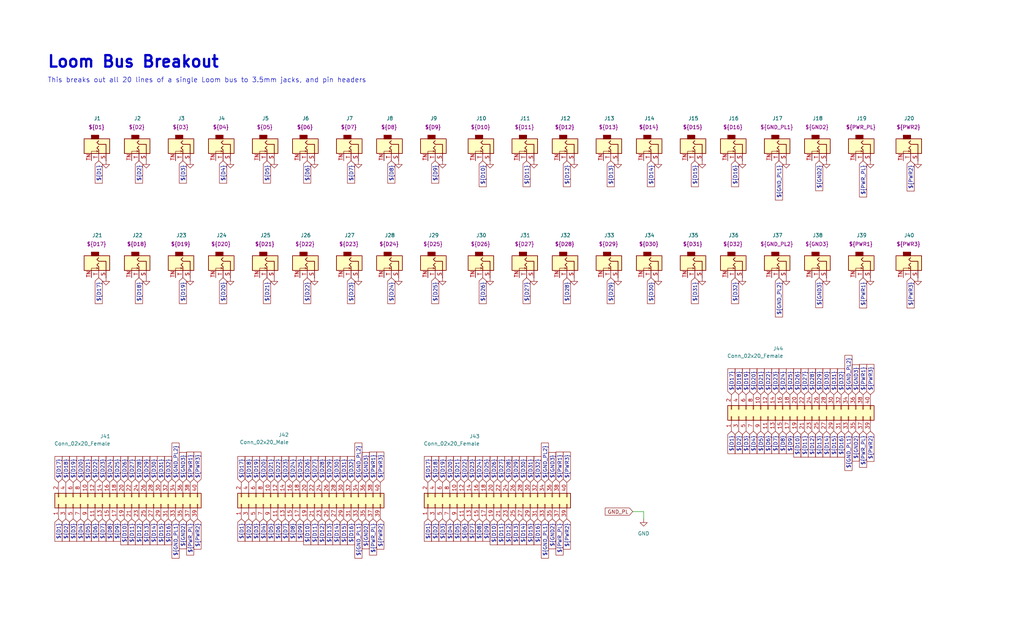
<source format=kicad_sch>
(kicad_sch (version 20231120) (generator "eeschema") (generator_version "8.0")
  (paper "USLegal")
  (title_block (title "Loom_Backplane") (company "Decapod Devices"))
  (wire (pts (xy 223.52 177.8) (xy 219.71 177.8)))
  (wire (pts (xy 223.52 180.34) (xy 223.52 177.8)))
  (text "This breaks out all 20 lines of a single Loom bus to 3.5mm jacks, and pin headers" (at 16.51 27.94 0) (effects (font (size 1.7 1.7)) (justify left)))
  (text "Loom Bus Breakout" (at 16.256 21.59 0) (effects (font (size 4 4) (thickness 0.8) (bold yes)) (justify left)))
  (global_label "${D15}" (shape input) (at 241.3 55.88 270) (property "Intersheetrefs" "${INTERSHEET_REFS}" (effects (hide yes))))
  (global_label "${D28}" (shape input) (at 111.76 167.64 90) (property "Intersheetrefs" "${INTERSHEET_REFS}" (effects (hide yes))))
  (global_label "${D8}" (shape input) (at 38.1 180.34 270) (property "Intersheetrefs" "${INTERSHEET_REFS}" (effects (hide yes))))
  (global_label "${D19}" (shape input) (at 88.9 167.64 90) (property "Intersheetrefs" "${INTERSHEET_REFS}" (effects (hide yes))))
  (global_label "${D14}" (shape input) (at 53.34 180.34 270) (property "Intersheetrefs" "${INTERSHEET_REFS}" (effects (hide yes))))
  (global_label "${D3}" (shape input) (at 63.5 55.88 270) (property "Intersheetrefs" "${INTERSHEET_REFS}" (effects (hide yes))))
  (global_label "${GND_PL2}" (shape input) (at 270.51 96.52 270) (property "Intersheetrefs" "${INTERSHEET_REFS}" (effects (hide yes))))
  (global_label "${D4}" (shape input) (at 27.94 180.34 270) (property "Intersheetrefs" "${INTERSHEET_REFS}" (effects (hide yes))))
  (global_label "${D30}" (shape input) (at 116.84 167.64 90) (property "Intersheetrefs" "${INTERSHEET_REFS}" (effects (hide yes))))
  (global_label "${GND3}" (shape input) (at 297.18 137.16 90) (property "Intersheetrefs" "${INTERSHEET_REFS}" (effects (hide yes))))
  (global_label "${D16}" (shape input) (at 121.92 180.34 270) (property "Intersheetrefs" "${INTERSHEET_REFS}" (effects (hide yes))))
  (global_label "${PWR3}" (shape input) (at 316.23 96.52 270) (property "Intersheetrefs" "${INTERSHEET_REFS}" (effects (hide yes))))
  (global_label "${D28}" (shape input) (at 48.26 167.64 90) (property "Intersheetrefs" "${INTERSHEET_REFS}" (effects (hide yes))))
  (global_label "${D5}" (shape input) (at 158.75 180.34 270) (property "Intersheetrefs" "${INTERSHEET_REFS}" (effects (hide yes))))
  (global_label "${D11}" (shape input) (at 279.4 149.86 270) (property "Intersheetrefs" "${INTERSHEET_REFS}" (effects (hide yes))))
  (global_label "${D29}" (shape input) (at 114.3 167.64 90) (property "Intersheetrefs" "${INTERSHEET_REFS}" (effects (hide yes))))
  (global_label "${PWR3}" (shape input) (at 132.08 167.64 90) (property "Intersheetrefs" "${INTERSHEET_REFS}" (effects (hide yes))))
  (global_label "${D28}" (shape input) (at 281.94 137.16 90) (property "Intersheetrefs" "${INTERSHEET_REFS}" (effects (hide yes))))
  (global_label "${D9}" (shape input) (at 274.32 149.86 270) (property "Intersheetrefs" "${INTERSHEET_REFS}" (effects (hide yes))))
  (global_label "${D24}" (shape input) (at 271.78 137.16 90) (property "Intersheetrefs" "${INTERSHEET_REFS}" (effects (hide yes))))
  (global_label "${D9}" (shape input) (at 40.64 180.34 270) (property "Intersheetrefs" "${INTERSHEET_REFS}" (effects (hide yes))))
  (global_label "${GND_PL2}" (shape input) (at 189.23 167.64 90) (property "Intersheetrefs" "${INTERSHEET_REFS}" (effects (hide yes))))
  (global_label "${PWR1}" (shape input) (at 194.31 167.64 90) (property "Intersheetrefs" "${INTERSHEET_REFS}" (effects (hide yes))))
  (global_label "${D31}" (shape input) (at 55.88 167.64 90) (property "Intersheetrefs" "${INTERSHEET_REFS}" (effects (hide yes))))
  (global_label "${PWR_PL}" (shape input) (at 299.72 55.88 270) (property "Intersheetrefs" "${INTERSHEET_REFS}" (effects (hide yes))))
  (global_label "${D22}" (shape input) (at 266.7 137.16 90) (property "Intersheetrefs" "${INTERSHEET_REFS}" (effects (hide yes))))
  (global_label "${D11}" (shape input) (at 109.22 180.34 270) (property "Intersheetrefs" "${INTERSHEET_REFS}" (effects (hide yes))))
  (global_label "${GND3}" (shape input) (at 284.48 96.52 270) (property "Intersheetrefs" "${INTERSHEET_REFS}" (effects (hide yes))))
  (global_label "${D9}" (shape input) (at 151.13 55.88 270) (property "Intersheetrefs" "${INTERSHEET_REFS}" (effects (hide yes))))
  (global_label "${D10}" (shape input) (at 276.86 149.86 270) (property "Intersheetrefs" "${INTERSHEET_REFS}" (effects (hide yes))))
  (global_label "${D5}" (shape input) (at 264.16 149.86 270) (property "Intersheetrefs" "${INTERSHEET_REFS}" (effects (hide yes))))
  (global_label "${D24}" (shape input) (at 38.1 167.64 90) (property "Intersheetrefs" "${INTERSHEET_REFS}" (effects (hide yes))))
  (global_label "${D8}" (shape input) (at 101.6 180.34 270) (property "Intersheetrefs" "${INTERSHEET_REFS}" (effects (hide yes))))
  (global_label "${D4}" (shape input) (at 261.62 149.86 270) (property "Intersheetrefs" "${INTERSHEET_REFS}" (effects (hide yes))))
  (global_label "${D24}" (shape input) (at 135.89 96.52 270) (property "Intersheetrefs" "${INTERSHEET_REFS}" (effects (hide yes))))
  (global_label "${D17}" (shape input) (at 254 137.16 90) (property "Intersheetrefs" "${INTERSHEET_REFS}" (effects (hide yes))))
  (global_label "${PWR_PL}" (shape input) (at 129.54 180.34 270) (property "Intersheetrefs" "${INTERSHEET_REFS}" (effects (hide yes))))
  (global_label "${D26}" (shape input) (at 43.18 167.64 90) (property "Intersheetrefs" "${INTERSHEET_REFS}" (effects (hide yes))))
  (global_label "${D12}" (shape input) (at 111.76 180.34 270) (property "Intersheetrefs" "${INTERSHEET_REFS}" (effects (hide yes))))
  (global_label "${D22}" (shape input) (at 106.68 96.52 270) (property "Intersheetrefs" "${INTERSHEET_REFS}" (effects (hide yes))))
  (global_label "${D6}" (shape input) (at 33.02 180.34 270) (property "Intersheetrefs" "${INTERSHEET_REFS}" (effects (hide yes))))
  (global_label "${D1}" (shape input) (at 20.32 180.34 270) (property "Intersheetrefs" "${INTERSHEET_REFS}" (effects (hide yes))))
  (global_label "${D14}" (shape input) (at 226.06 55.88 270) (property "Intersheetrefs" "${INTERSHEET_REFS}" (effects (hide yes))))
  (global_label "${D12}" (shape input) (at 176.53 180.34 270) (property "Intersheetrefs" "${INTERSHEET_REFS}" (effects (hide yes))))
  (global_label "${D21}" (shape input) (at 30.48 167.64 90) (property "Intersheetrefs" "${INTERSHEET_REFS}" (effects (hide yes))))
  (global_label "${D30}" (shape input) (at 226.06 96.52 270) (property "Intersheetrefs" "${INTERSHEET_REFS}" (effects (hide yes))))
  (global_label "${D2}" (shape input) (at 48.26 55.88 270) (property "Intersheetrefs" "${INTERSHEET_REFS}" (effects (hide yes))))
  (global_label "${D15}" (shape input) (at 55.88 180.34 270) (property "Intersheetrefs" "${INTERSHEET_REFS}" (effects (hide yes))))
  (global_label "${PWR1}" (shape input) (at 299.72 137.16 90) (property "Intersheetrefs" "${INTERSHEET_REFS}" (effects (hide yes))))
  (global_label "${D25}" (shape input) (at 40.64 167.64 90) (property "Intersheetrefs" "${INTERSHEET_REFS}" (effects (hide yes))))
  (global_label "${D1}" (shape input) (at 83.82 180.34 270) (property "Intersheetrefs" "${INTERSHEET_REFS}" (effects (hide yes))))
  (global_label "${D20}" (shape input) (at 91.44 167.64 90) (property "Intersheetrefs" "${INTERSHEET_REFS}" (effects (hide yes))))
  (global_label "${D11}" (shape input) (at 173.99 180.34 270) (property "Intersheetrefs" "${INTERSHEET_REFS}" (effects (hide yes))))
  (global_label "${D31}" (shape input) (at 289.56 137.16 90) (property "Intersheetrefs" "${INTERSHEET_REFS}" (effects (hide yes))))
  (global_label "${D18}" (shape input) (at 256.54 137.16 90) (property "Intersheetrefs" "${INTERSHEET_REFS}" (effects (hide yes))))
  (global_label "${D5}" (shape input) (at 92.71 55.88 270) (property "Intersheetrefs" "${INTERSHEET_REFS}" (effects (hide yes))))
  (global_label "${D7}" (shape input) (at 35.56 180.34 270) (property "Intersheetrefs" "${INTERSHEET_REFS}" (effects (hide yes))))
  (global_label "${D12}" (shape input) (at 196.85 55.88 270) (property "Intersheetrefs" "${INTERSHEET_REFS}" (effects (hide yes))))
  (global_label "${D16}" (shape input) (at 255.27 55.88 270) (property "Intersheetrefs" "${INTERSHEET_REFS}" (effects (hide yes))))
  (global_label "${D14}" (shape input) (at 181.61 180.34 270) (property "Intersheetrefs" "${INTERSHEET_REFS}" (effects (hide yes))))
  (global_label "${D26}" (shape input) (at 276.86 137.16 90) (property "Intersheetrefs" "${INTERSHEET_REFS}" (effects (hide yes))))
  (global_label "${D9}" (shape input) (at 104.14 180.34 270) (property "Intersheetrefs" "${INTERSHEET_REFS}" (effects (hide yes))))
  (global_label "${GND3}" (shape input) (at 127 167.64 90) (property "Intersheetrefs" "${INTERSHEET_REFS}" (effects (hide yes))))
  (global_label "${D25}" (shape input) (at 274.32 137.16 90) (property "Intersheetrefs" "${INTERSHEET_REFS}" (effects (hide yes))))
  (global_label "${D4}" (shape input) (at 77.47 55.88 270) (property "Intersheetrefs" "${INTERSHEET_REFS}" (effects (hide yes))))
  (global_label "${D21}" (shape input) (at 92.71 96.52 270) (property "Intersheetrefs" "${INTERSHEET_REFS}" (effects (hide yes))))
  (global_label "${D7}" (shape input) (at 121.92 55.88 270) (property "Intersheetrefs" "${INTERSHEET_REFS}" (effects (hide yes))))
  (global_label "${GND_PL1}" (shape input) (at 189.23 180.34 270) (property "Intersheetrefs" "${INTERSHEET_REFS}" (effects (hide yes))))
  (global_label "${D4}" (shape input) (at 91.44 180.34 270) (property "Intersheetrefs" "${INTERSHEET_REFS}" (effects (hide yes))))
  (global_label "${D19}" (shape input) (at 25.4 167.64 90) (property "Intersheetrefs" "${INTERSHEET_REFS}" (effects (hide yes))))
  (global_label "${D5}" (shape input) (at 30.48 180.34 270) (property "Intersheetrefs" "${INTERSHEET_REFS}" (effects (hide yes))))
  (global_label "${PWR3}" (shape input) (at 68.58 167.64 90) (property "Intersheetrefs" "${INTERSHEET_REFS}" (effects (hide yes))))
  (global_label "${D8}" (shape input) (at 135.89 55.88 270) (property "Intersheetrefs" "${INTERSHEET_REFS}" (effects (hide yes))))
  (global_label "${D27}" (shape input) (at 109.22 167.64 90) (property "Intersheetrefs" "${INTERSHEET_REFS}" (effects (hide yes))))
  (global_label "${PWR2}" (shape input) (at 68.58 180.34 270) (property "Intersheetrefs" "${INTERSHEET_REFS}" (effects (hide yes))))
  (global_label "${D30}" (shape input) (at 181.61 167.64 90) (property "Intersheetrefs" "${INTERSHEET_REFS}" (effects (hide yes))))
  (global_label "${D27}" (shape input) (at 182.88 96.52 270) (property "Intersheetrefs" "${INTERSHEET_REFS}" (effects (hide yes))))
  (global_label "${D21}" (shape input) (at 93.98 167.64 90) (property "Intersheetrefs" "${INTERSHEET_REFS}" (effects (hide yes))))
  (global_label "${D32}" (shape input) (at 292.1 137.16 90) (property "Intersheetrefs" "${INTERSHEET_REFS}" (effects (hide yes))))
  (global_label "${D23}" (shape input) (at 121.92 96.52 270) (property "Intersheetrefs" "${INTERSHEET_REFS}" (effects (hide yes))))
  (global_label "${PWR3}" (shape input) (at 196.85 167.64 90) (property "Intersheetrefs" "${INTERSHEET_REFS}" (effects (hide yes))))
  (global_label "${D24}" (shape input) (at 101.6 167.64 90) (property "Intersheetrefs" "${INTERSHEET_REFS}" (effects (hide yes))))
  (global_label "${D2}" (shape input) (at 86.36 180.34 270) (property "Intersheetrefs" "${INTERSHEET_REFS}" (effects (hide yes))))
  (global_label "${PWR_PL}" (shape input) (at 194.31 180.34 270) (property "Intersheetrefs" "${INTERSHEET_REFS}" (effects (hide yes))))
  (global_label "${D13}" (shape input) (at 212.09 55.88 270) (property "Intersheetrefs" "${INTERSHEET_REFS}" (effects (hide yes))))
  (global_label "${PWR1}" (shape input) (at 129.54 167.64 90) (property "Intersheetrefs" "${INTERSHEET_REFS}" (effects (hide yes))))
  (global_label "${D25}" (shape input) (at 168.91 167.64 90) (property "Intersheetrefs" "${INTERSHEET_REFS}" (effects (hide yes))))
  (global_label "${D5}" (shape input) (at 93.98 180.34 270) (property "Intersheetrefs" "${INTERSHEET_REFS}" (effects (hide yes))))
  (global_label "${D14}" (shape input) (at 116.84 180.34 270) (property "Intersheetrefs" "${INTERSHEET_REFS}" (effects (hide yes))))
  (global_label "${GND_PL1}" (shape input) (at 124.46 180.34 270) (property "Intersheetrefs" "${INTERSHEET_REFS}" (effects (hide yes))))
  (global_label "${D10}" (shape input) (at 43.18 180.34 270) (property "Intersheetrefs" "${INTERSHEET_REFS}" (effects (hide yes))))
  (global_label "${D27}" (shape input) (at 173.99 167.64 90) (property "Intersheetrefs" "${INTERSHEET_REFS}" (effects (hide yes))))
  (global_label "${GND2}" (shape input) (at 127 180.34 270) (property "Intersheetrefs" "${INTERSHEET_REFS}" (effects (hide yes))))
  (global_label "${D2}" (shape input) (at 151.13 180.34 270) (property "Intersheetrefs" "${INTERSHEET_REFS}" (effects (hide yes))))
  (global_label "${D18}" (shape input) (at 151.13 167.64 90) (property "Intersheetrefs" "${INTERSHEET_REFS}" (effects (hide yes))))
  (global_label "${D24}" (shape input) (at 166.37 167.64 90) (property "Intersheetrefs" "${INTERSHEET_REFS}" (effects (hide yes))))
  (global_label "${D32}" (shape input) (at 255.27 96.52 270) (property "Intersheetrefs" "${INTERSHEET_REFS}" (effects (hide yes))))
  (global_label "${GND_PL1}" (shape input) (at 270.51 55.88 270) (property "Intersheetrefs" "${INTERSHEET_REFS}" (effects (hide yes))))
  (global_label "${D1}" (shape input) (at 254 149.86 270) (property "Intersheetrefs" "${INTERSHEET_REFS}" (effects (hide yes))))
  (global_label "${D30}" (shape input) (at 287.02 137.16 90) (property "Intersheetrefs" "${INTERSHEET_REFS}" (effects (hide yes))))
  (global_label "${PWR1}" (shape input) (at 66.04 167.64 90) (property "Intersheetrefs" "${INTERSHEET_REFS}" (effects (hide yes))))
  (global_label "${D18}" (shape input) (at 22.86 167.64 90) (property "Intersheetrefs" "${INTERSHEET_REFS}" (effects (hide yes))))
  (global_label "${D23}" (shape input) (at 269.24 137.16 90) (property "Intersheetrefs" "${INTERSHEET_REFS}" (effects (hide yes))))
  (global_label "${GND_PL1}" (shape input) (at 60.96 180.34 270) (property "Intersheetrefs" "${INTERSHEET_REFS}" (effects (hide yes))))
  (global_label "${D29}" (shape input) (at 284.48 137.16 90) (property "Intersheetrefs" "${INTERSHEET_REFS}" (effects (hide yes))))
  (global_label "${D17}" (shape input) (at 83.82 167.64 90) (property "Intersheetrefs" "${INTERSHEET_REFS}" (effects (hide yes))))
  (global_label "${GND3}" (shape input) (at 191.77 167.64 90) (property "Intersheetrefs" "${INTERSHEET_REFS}" (effects (hide yes))))
  (global_label "${D9}" (shape input) (at 168.91 180.34 270) (property "Intersheetrefs" "${INTERSHEET_REFS}" (effects (hide yes))))
  (global_label "${PWR2}" (shape input) (at 316.23 55.88 270) (property "Intersheetrefs" "${INTERSHEET_REFS}" (effects (hide yes))))
  (global_label "${D15}" (shape input) (at 184.15 180.34 270) (property "Intersheetrefs" "${INTERSHEET_REFS}" (effects (hide yes))))
  (global_label "${D32}" (shape input) (at 121.92 167.64 90) (property "Intersheetrefs" "${INTERSHEET_REFS}" (effects (hide yes))))
  (global_label "${GND_PL2}" (shape input) (at 124.46 167.64 90) (property "Intersheetrefs" "${INTERSHEET_REFS}" (effects (hide yes))))
  (global_label "${D19}" (shape input) (at 259.08 137.16 90) (property "Intersheetrefs" "${INTERSHEET_REFS}" (effects (hide yes))))
  (global_label "${D12}" (shape input) (at 48.26 180.34 270) (property "Intersheetrefs" "${INTERSHEET_REFS}" (effects (hide yes))))
  (global_label "${D26}" (shape input) (at 167.64 96.52 270) (property "Intersheetrefs" "${INTERSHEET_REFS}" (effects (hide yes))))
  (global_label "${D26}" (shape input) (at 106.68 167.64 90) (property "Intersheetrefs" "${INTERSHEET_REFS}" (effects (hide yes))))
  (global_label "${D7}" (shape input) (at 99.06 180.34 270) (property "Intersheetrefs" "${INTERSHEET_REFS}" (effects (hide yes))))
  (global_label "${D8}" (shape input) (at 166.37 180.34 270) (property "Intersheetrefs" "${INTERSHEET_REFS}" (effects (hide yes))))
  (global_label "${PWR2}" (shape input) (at 302.26 149.86 270) (property "Intersheetrefs" "${INTERSHEET_REFS}" (effects (hide yes))))
  (global_label "${GND3}" (shape input) (at 63.5 167.64 90) (property "Intersheetrefs" "${INTERSHEET_REFS}" (effects (hide yes))))
  (global_label "${PWR1}" (shape input) (at 299.72 96.52 270) (property "Intersheetrefs" "${INTERSHEET_REFS}" (effects (hide yes))))
  (global_label "${D16}" (shape input) (at 292.1 149.86 270) (property "Intersheetrefs" "${INTERSHEET_REFS}" (effects (hide yes))))
  (global_label "${D18}" (shape input) (at 86.36 167.64 90) (property "Intersheetrefs" "${INTERSHEET_REFS}" (effects (hide yes))))
  (global_label "${PWR3}" (shape input) (at 302.26 137.16 90) (property "Intersheetrefs" "${INTERSHEET_REFS}" (effects (hide yes))))
  (global_label "${D15}" (shape input) (at 119.38 180.34 270) (property "Intersheetrefs" "${INTERSHEET_REFS}" (effects (hide yes))))
  (global_label "${D21}" (shape input) (at 158.75 167.64 90) (property "Intersheetrefs" "${INTERSHEET_REFS}" (effects (hide yes))))
  (global_label "${PWR2}" (shape input) (at 132.08 180.34 270) (property "Intersheetrefs" "${INTERSHEET_REFS}" (effects (hide yes))))
  (global_label "GND_PL" (shape input) (at 219.71 177.8 180) (property "Intersheetrefs" "${INTERSHEET_REFS}" (effects (hide yes))))
  (global_label "${GND_PL1}" (shape input) (at 294.64 149.86 270) (property "Intersheetrefs" "${INTERSHEET_REFS}" (effects (hide yes))))
  (global_label "${D13}" (shape input) (at 50.8 180.34 270) (property "Intersheetrefs" "${INTERSHEET_REFS}" (effects (hide yes))))
  (global_label "${GND_PL2}" (shape input) (at 294.64 137.16 90) (property "Intersheetrefs" "${INTERSHEET_REFS}" (effects (hide yes))))
  (global_label "${D16}" (shape input) (at 58.42 180.34 270) (property "Intersheetrefs" "${INTERSHEET_REFS}" (effects (hide yes))))
  (global_label "${D20}" (shape input) (at 77.47 96.52 270) (property "Intersheetrefs" "${INTERSHEET_REFS}" (effects (hide yes))))
  (global_label "${D23}" (shape input) (at 35.56 167.64 90) (property "Intersheetrefs" "${INTERSHEET_REFS}" (effects (hide yes))))
  (global_label "${D6}" (shape input) (at 96.52 180.34 270) (property "Intersheetrefs" "${INTERSHEET_REFS}" (effects (hide yes))))
  (global_label "${D15}" (shape input) (at 289.56 149.86 270) (property "Intersheetrefs" "${INTERSHEET_REFS}" (effects (hide yes))))
  (global_label "${D14}" (shape input) (at 287.02 149.86 270) (property "Intersheetrefs" "${INTERSHEET_REFS}" (effects (hide yes))))
  (global_label "${D13}" (shape input) (at 114.3 180.34 270) (property "Intersheetrefs" "${INTERSHEET_REFS}" (effects (hide yes))))
  (global_label "${GND2}" (shape input) (at 284.48 55.88 270) (property "Intersheetrefs" "${INTERSHEET_REFS}" (effects (hide yes))))
  (global_label "${D11}" (shape input) (at 182.88 55.88 270) (property "Intersheetrefs" "${INTERSHEET_REFS}" (effects (hide yes))))
  (global_label "${D18}" (shape input) (at 48.26 96.52 270) (property "Intersheetrefs" "${INTERSHEET_REFS}" (effects (hide yes))))
  (global_label "${D29}" (shape input) (at 50.8 167.64 90) (property "Intersheetrefs" "${INTERSHEET_REFS}" (effects (hide yes))))
  (global_label "${D13}" (shape input) (at 179.07 180.34 270) (property "Intersheetrefs" "${INTERSHEET_REFS}" (effects (hide yes))))
  (global_label "${D27}" (shape input) (at 45.72 167.64 90) (property "Intersheetrefs" "${INTERSHEET_REFS}" (effects (hide yes))))
  (global_label "${D19}" (shape input) (at 63.5 96.52 270) (property "Intersheetrefs" "${INTERSHEET_REFS}" (effects (hide yes))))
  (global_label "${D4}" (shape input) (at 156.21 180.34 270) (property "Intersheetrefs" "${INTERSHEET_REFS}" (effects (hide yes))))
  (global_label "${D31}" (shape input) (at 119.38 167.64 90) (property "Intersheetrefs" "${INTERSHEET_REFS}" (effects (hide yes))))
  (global_label "${D17}" (shape input) (at 34.29 96.52 270) (property "Intersheetrefs" "${INTERSHEET_REFS}" (effects (hide yes))))
  (global_label "${D6}" (shape input) (at 161.29 180.34 270) (property "Intersheetrefs" "${INTERSHEET_REFS}" (effects (hide yes))))
  (global_label "${D28}" (shape input) (at 196.85 96.52 270) (property "Intersheetrefs" "${INTERSHEET_REFS}" (effects (hide yes))))
  (global_label "${D16}" (shape input) (at 186.69 180.34 270) (property "Intersheetrefs" "${INTERSHEET_REFS}" (effects (hide yes))))
  (global_label "${D8}" (shape input) (at 271.78 149.86 270) (property "Intersheetrefs" "${INTERSHEET_REFS}" (effects (hide yes))))
  (global_label "${D22}" (shape input) (at 161.29 167.64 90) (property "Intersheetrefs" "${INTERSHEET_REFS}" (effects (hide yes))))
  (global_label "${PWR_PL}" (shape input) (at 66.04 180.34 270) (property "Intersheetrefs" "${INTERSHEET_REFS}" (effects (hide yes))))
  (global_label "${D23}" (shape input) (at 99.06 167.64 90) (property "Intersheetrefs" "${INTERSHEET_REFS}" (effects (hide yes))))
  (global_label "${D3}" (shape input) (at 25.4 180.34 270) (property "Intersheetrefs" "${INTERSHEET_REFS}" (effects (hide yes))))
  (global_label "${D31}" (shape input) (at 184.15 167.64 90) (property "Intersheetrefs" "${INTERSHEET_REFS}" (effects (hide yes))))
  (global_label "${D25}" (shape input) (at 151.13 96.52 270) (property "Intersheetrefs" "${INTERSHEET_REFS}" (effects (hide yes))))
  (global_label "${D22}" (shape input) (at 96.52 167.64 90) (property "Intersheetrefs" "${INTERSHEET_REFS}" (effects (hide yes))))
  (global_label "${D28}" (shape input) (at 176.53 167.64 90) (property "Intersheetrefs" "${INTERSHEET_REFS}" (effects (hide yes))))
  (global_label "${PWR2}" (shape input) (at 196.85 180.34 270) (property "Intersheetrefs" "${INTERSHEET_REFS}" (effects (hide yes))))
  (global_label "${D10}" (shape input) (at 106.68 180.34 270) (property "Intersheetrefs" "${INTERSHEET_REFS}" (effects (hide yes))))
  (global_label "${D7}" (shape input) (at 163.83 180.34 270) (property "Intersheetrefs" "${INTERSHEET_REFS}" (effects (hide yes))))
  (global_label "${D22}" (shape input) (at 33.02 167.64 90) (property "Intersheetrefs" "${INTERSHEET_REFS}" (effects (hide yes))))
  (global_label "${D17}" (shape input) (at 148.59 167.64 90) (property "Intersheetrefs" "${INTERSHEET_REFS}" (effects (hide yes))))
  (global_label "${D6}" (shape input) (at 106.68 55.88 270) (property "Intersheetrefs" "${INTERSHEET_REFS}" (effects (hide yes))))
  (global_label "${D21}" (shape input) (at 264.16 137.16 90) (property "Intersheetrefs" "${INTERSHEET_REFS}" (effects (hide yes))))
  (global_label "${D20}" (shape input) (at 27.94 167.64 90) (property "Intersheetrefs" "${INTERSHEET_REFS}" (effects (hide yes))))
  (global_label "${D32}" (shape input) (at 58.42 167.64 90) (property "Intersheetrefs" "${INTERSHEET_REFS}" (effects (hide yes))))
  (global_label "${D19}" (shape input) (at 153.67 167.64 90) (property "Intersheetrefs" "${INTERSHEET_REFS}" (effects (hide yes))))
  (global_label "${D30}" (shape input) (at 53.34 167.64 90) (property "Intersheetrefs" "${INTERSHEET_REFS}" (effects (hide yes))))
  (global_label "${D10}" (shape input) (at 167.64 55.88 270) (property "Intersheetrefs" "${INTERSHEET_REFS}" (effects (hide yes))))
  (global_label "${GND_PL2}" (shape input) (at 60.96 167.64 90) (property "Intersheetrefs" "${INTERSHEET_REFS}" (effects (hide yes))))
  (global_label "${D31}" (shape input) (at 241.3 96.52 270) (property "Intersheetrefs" "${INTERSHEET_REFS}" (effects (hide yes))))
  (global_label "${D32}" (shape input) (at 186.69 167.64 90) (property "Intersheetrefs" "${INTERSHEET_REFS}" (effects (hide yes))))
  (global_label "${D1}" (shape input) (at 148.59 180.34 270) (property "Intersheetrefs" "${INTERSHEET_REFS}" (effects (hide yes))))
  (global_label "${D2}" (shape input) (at 256.54 149.86 270) (property "Intersheetrefs" "${INTERSHEET_REFS}" (effects (hide yes))))
  (global_label "${D3}" (shape input) (at 259.08 149.86 270) (property "Intersheetrefs" "${INTERSHEET_REFS}" (effects (hide yes))))
  (global_label "${D2}" (shape input) (at 22.86 180.34 270) (property "Intersheetrefs" "${INTERSHEET_REFS}" (effects (hide yes))))
  (global_label "${D11}" (shape input) (at 45.72 180.34 270) (property "Intersheetrefs" "${INTERSHEET_REFS}" (effects (hide yes))))
  (global_label "${D27}" (shape input) (at 279.4 137.16 90) (property "Intersheetrefs" "${INTERSHEET_REFS}" (effects (hide yes))))
  (global_label "${D12}" (shape input) (at 281.94 149.86 270) (property "Intersheetrefs" "${INTERSHEET_REFS}" (effects (hide yes))))
  (global_label "${GND2}" (shape input) (at 191.77 180.34 270) (property "Intersheetrefs" "${INTERSHEET_REFS}" (effects (hide yes))))
  (global_label "${D17}" (shape input) (at 20.32 167.64 90) (property "Intersheetrefs" "${INTERSHEET_REFS}" (effects (hide yes))))
  (global_label "${GND2}" (shape input) (at 297.18 149.86 270) (property "Intersheetrefs" "${INTERSHEET_REFS}" (effects (hide yes))))
  (global_label "${D7}" (shape input) (at 269.24 149.86 270) (property "Intersheetrefs" "${INTERSHEET_REFS}" (effects (hide yes))))
  (global_label "${D20}" (shape input) (at 261.62 137.16 90) (property "Intersheetrefs" "${INTERSHEET_REFS}" (effects (hide yes))))
  (global_label "${D23}" (shape input) (at 163.83 167.64 90) (property "Intersheetrefs" "${INTERSHEET_REFS}" (effects (hide yes))))
  (global_label "${D1}" (shape input) (at 34.29 55.88 270) (property "Intersheetrefs" "${INTERSHEET_REFS}" (effects (hide yes))))
  (global_label "${D10}" (shape input) (at 171.45 180.34 270) (property "Intersheetrefs" "${INTERSHEET_REFS}" (effects (hide yes))))
  (global_label "${D13}" (shape input) (at 284.48 149.86 270) (property "Intersheetrefs" "${INTERSHEET_REFS}" (effects (hide yes))))
  (global_label "${D25}" (shape input) (at 104.14 167.64 90) (property "Intersheetrefs" "${INTERSHEET_REFS}" (effects (hide yes))))
  (global_label "${D20}" (shape input) (at 156.21 167.64 90) (property "Intersheetrefs" "${INTERSHEET_REFS}" (effects (hide yes))))
  (global_label "${D3}" (shape input) (at 88.9 180.34 270) (property "Intersheetrefs" "${INTERSHEET_REFS}" (effects (hide yes))))
  (global_label "${D6}" (shape input) (at 266.7 149.86 270) (property "Intersheetrefs" "${INTERSHEET_REFS}" (effects (hide yes))))
  (global_label "${PWR_PL}" (shape input) (at 299.72 149.86 270) (property "Intersheetrefs" "${INTERSHEET_REFS}" (effects (hide yes))))
  (global_label "${D26}" (shape input) (at 171.45 167.64 90) (property "Intersheetrefs" "${INTERSHEET_REFS}" (effects (hide yes))))
  (global_label "${D29}" (shape input) (at 179.07 167.64 90) (property "Intersheetrefs" "${INTERSHEET_REFS}" (effects (hide yes))))
  (global_label "${D29}" (shape input) (at 212.09 96.52 270) (property "Intersheetrefs" "${INTERSHEET_REFS}" (effects (hide yes))))
  (global_label "${GND2}" (shape input) (at 63.5 180.34 270) (property "Intersheetrefs" "${INTERSHEET_REFS}" (effects (hide yes))))
  (global_label "${D3}" (shape input) (at 153.67 180.34 270) (property "Intersheetrefs" "${INTERSHEET_REFS}" (effects (hide yes))))
  (symbol (lib_id "power:GND") (at 257.81 55.88 0) (unit 1)
    (property "Reference" "#PWR0114" (effects (hide yes)))
    (property "Value" "GND" (effects (hide yes)))
    (property "Description" "Power symbol creates a global label with name \"GND\" , ground" (effects (hide yes)))
  )
  (symbol (lib_id "power:GND") (at 109.22 96.52 0) (unit 1)
    (property "Reference" "#PWR0126" (effects (hide yes)))
    (property "Value" "GND" (effects (hide yes)))
    (property "Description" "Power symbol creates a global label with name \"GND\" , ground" (effects (hide yes)))
  )
  (symbol (lib_id "Connector_Audio:AudioJack2_SwitchT") (at 92.71 50.8 270) (unit 1)
    (property "Reference" "J5" (at 92.202 41.148 90))
    (property "Value" "AudioJack2_SwitchT" (effects (hide yes)))
    (property "Footprint" "Decapod_Devices:AudioJack_WQP518MA_Compact_S_LongPads" (effects (hide yes)))
    (property "Description" "Audio Jack, 2 Poles (Mono / TS), Switched T Pole (Normalling)" (effects (hide yes)))
    (property "Name" "${D5}" (at 91.948 44.196 90))
  )
  (symbol (lib_id "power:GND") (at 50.8 55.88 0) (unit 1)
    (property "Reference" "#PWR0102" (effects (hide yes)))
    (property "Value" "GND" (effects (hide yes)))
    (property "Description" "Power symbol creates a global label with name \"GND\" , ground" (effects (hide yes)))
  )
  (symbol (lib_id "power:GND") (at 95.25 55.88 0) (unit 1)
    (property "Reference" "#PWR0105" (effects (hide yes)))
    (property "Value" "GND" (effects (hide yes)))
    (property "Description" "Power symbol creates a global label with name \"GND\" , ground" (effects (hide yes)))
  )
  (symbol (lib_id "Connector_Audio:AudioJack2_SwitchT") (at 77.47 50.8 270) (unit 1)
    (property "Reference" "J4" (at 76.962 41.148 90))
    (property "Value" "AudioJack2_SwitchT" (effects (hide yes)))
    (property "Footprint" "Decapod_Devices:AudioJack_WQP518MA_Compact_S_LongPads" (effects (hide yes)))
    (property "Description" "Audio Jack, 2 Poles (Mono / TS), Switched T Pole (Normalling)" (effects (hide yes)))
    (property "Name" "${D4}" (at 76.708 44.196 90))
  )
  (symbol (lib_id "power:GND") (at 223.52 180.34 0) (unit 1)
    (property "Reference" "#PWR01" (effects (hide yes)))
    (property "Value" "GND" (at 223.52 185.42 0))
    (property "Description" "Power symbol creates a global label with name \"GND\" , ground" (effects (hide yes)))
  )
  (symbol (lib_id "power:GND") (at 66.04 96.52 0) (unit 1)
    (property "Reference" "#PWR0123" (effects (hide yes)))
    (property "Value" "GND" (effects (hide yes)))
    (property "Description" "Power symbol creates a global label with name \"GND\" , ground" (effects (hide yes)))
  )
  (symbol (lib_id "power:GND") (at 228.6 55.88 0) (unit 1)
    (property "Reference" "#PWR0112" (effects (hide yes)))
    (property "Value" "GND" (effects (hide yes)))
    (property "Description" "Power symbol creates a global label with name \"GND\" , ground" (effects (hide yes)))
  )
  (symbol (lib_id "Connector_Audio:AudioJack2_SwitchT") (at 167.64 50.8 270) (unit 1)
    (property "Reference" "J10" (at 167.132 41.148 90))
    (property "Value" "AudioJack2_SwitchT" (effects (hide yes)))
    (property "Footprint" "Decapod_Devices:AudioJack_WQP518MA_Compact_S_LongPads" (effects (hide yes)))
    (property "Description" "Audio Jack, 2 Poles (Mono / TS), Switched T Pole (Normalling)" (effects (hide yes)))
    (property "Name" "${D10}" (at 166.878 44.196 90))
  )
  (symbol (lib_id "Connector_Audio:AudioJack2_SwitchT") (at 226.06 50.8 270) (unit 1)
    (property "Reference" "J14" (at 225.552 41.148 90))
    (property "Value" "AudioJack2_SwitchT" (effects (hide yes)))
    (property "Footprint" "Decapod_Devices:AudioJack_WQP518MA_Compact_S_LongPads" (effects (hide yes)))
    (property "Description" "Audio Jack, 2 Poles (Mono / TS), Switched T Pole (Normalling)" (effects (hide yes)))
    (property "Name" "${D14}" (at 225.298 44.196 90))
  )
  (symbol (lib_id "power:GND") (at 66.04 55.88 0) (unit 1)
    (property "Reference" "#PWR0103" (effects (hide yes)))
    (property "Value" "GND" (effects (hide yes)))
    (property "Description" "Power symbol creates a global label with name \"GND\" , ground" (effects (hide yes)))
  )
  (symbol (lib_id "Connector_Audio:AudioJack2_SwitchT") (at 182.88 91.44 270) (unit 1)
    (property "Reference" "J31" (at 182.372 81.788 90))
    (property "Value" "AudioJack2_SwitchT" (effects (hide yes)))
    (property "Footprint" "Decapod_Devices:AudioJack_WQP518MA_Compact_S_LongPads" (effects (hide yes)))
    (property "Description" "Audio Jack, 2 Poles (Mono / TS), Switched T Pole (Normalling)" (effects (hide yes)))
    (property "Name" "${D27}" (at 182.118 84.836 90))
  )
  (symbol (lib_id "power:GND") (at 287.02 55.88 0) (unit 1)
    (property "Reference" "#PWR0116" (effects (hide yes)))
    (property "Value" "GND" (effects (hide yes)))
    (property "Description" "Power symbol creates a global label with name \"GND\" , ground" (effects (hide yes)))
  )
  (symbol (lib_id "Connector_Audio:AudioJack2_SwitchT") (at 196.85 91.44 270) (unit 1)
    (property "Reference" "J32" (at 196.342 81.788 90))
    (property "Value" "AudioJack2_SwitchT" (effects (hide yes)))
    (property "Footprint" "Decapod_Devices:AudioJack_WQP518MA_Compact_S_LongPads" (effects (hide yes)))
    (property "Description" "Audio Jack, 2 Poles (Mono / TS), Switched T Pole (Normalling)" (effects (hide yes)))
    (property "Name" "${D28}" (at 196.088 84.836 90))
  )
  (symbol (lib_id "power:GND") (at 287.02 96.52 0) (unit 1)
    (property "Reference" "#PWR0138" (effects (hide yes)))
    (property "Value" "GND" (effects (hide yes)))
    (property "Description" "Power symbol creates a global label with name \"GND\" , ground" (effects (hide yes)))
  )
  (symbol (lib_id "Connector_Audio:AudioJack2_SwitchT") (at 121.92 91.44 270) (unit 1)
    (property "Reference" "J27" (at 121.412 81.788 90))
    (property "Value" "AudioJack2_SwitchT" (effects (hide yes)))
    (property "Footprint" "Decapod_Devices:AudioJack_WQP518MA_Compact_S_LongPads" (effects (hide yes)))
    (property "Description" "Audio Jack, 2 Poles (Mono / TS), Switched T Pole (Normalling)" (effects (hide yes)))
    (property "Name" "${D23}" (at 121.158 84.836 90))
  )
  (symbol (lib_id "Connector_Audio:AudioJack2_SwitchT") (at 316.23 50.8 270) (unit 1)
    (property "Reference" "J20" (at 315.722 41.148 90))
    (property "Value" "AudioJack2_SwitchT" (effects (hide yes)))
    (property "Footprint" "Decapod_Devices:AudioJack_WQP518MA_Compact_S_LongPads" (effects (hide yes)))
    (property "Description" "Audio Jack, 2 Poles (Mono / TS), Switched T Pole (Normalling)" (effects (hide yes)))
    (property "Name" "${PWR2}" (at 315.468 44.196 90))
  )
  (symbol (lib_id "Connector_Audio:AudioJack2_SwitchT") (at 34.29 91.44 270) (unit 1)
    (property "Reference" "J21" (at 33.782 81.788 90))
    (property "Value" "AudioJack2_SwitchT" (effects (hide yes)))
    (property "Footprint" "Decapod_Devices:AudioJack_WQP518MA_Compact_S_LongPads" (effects (hide yes)))
    (property "Description" "Audio Jack, 2 Poles (Mono / TS), Switched T Pole (Normalling)" (effects (hide yes)))
    (property "Name" "${D17}" (at 33.528 84.836 90))
  )
  (symbol (lib_id "power:GND") (at 273.05 96.52 0) (unit 1)
    (property "Reference" "#PWR0137" (effects (hide yes)))
    (property "Value" "GND" (effects (hide yes)))
    (property "Description" "Power symbol creates a global label with name \"GND\" , ground" (effects (hide yes)))
  )
  (symbol (lib_id "power:GND") (at 109.22 55.88 0) (unit 1)
    (property "Reference" "#PWR0106" (effects (hide yes)))
    (property "Value" "GND" (effects (hide yes)))
    (property "Description" "Power symbol creates a global label with name \"GND\" , ground" (effects (hide yes)))
  )
  (symbol (lib_id "power:GND") (at 124.46 55.88 0) (unit 1)
    (property "Reference" "#PWR0107" (effects (hide yes)))
    (property "Value" "GND" (effects (hide yes)))
    (property "Description" "Power symbol creates a global label with name \"GND\" , ground" (effects (hide yes)))
  )
  (symbol (lib_id "power:GND") (at 228.6 96.52 0) (unit 1)
    (property "Reference" "#PWR0134" (effects (hide yes)))
    (property "Value" "GND" (effects (hide yes)))
    (property "Description" "Power symbol creates a global label with name \"GND\" , ground" (effects (hide yes)))
  )
  (symbol (lib_id "power:GND") (at 170.18 96.52 0) (unit 1)
    (property "Reference" "#PWR0130" (effects (hide yes)))
    (property "Value" "GND" (effects (hide yes)))
    (property "Description" "Power symbol creates a global label with name \"GND\" , ground" (effects (hide yes)))
  )
  (symbol (lib_id "power:GND") (at 36.83 55.88 0) (unit 1)
    (property "Reference" "#PWR0101" (effects (hide yes)))
    (property "Value" "GND" (effects (hide yes)))
    (property "Description" "Power symbol creates a global label with name \"GND\" , ground" (effects (hide yes)))
  )
  (symbol (lib_id "Connector_Audio:AudioJack2_SwitchT") (at 196.85 50.8 270) (unit 1)
    (property "Reference" "J12" (at 196.342 41.148 90))
    (property "Value" "AudioJack2_SwitchT" (effects (hide yes)))
    (property "Footprint" "Decapod_Devices:AudioJack_WQP518MA_Compact_S_LongPads" (effects (hide yes)))
    (property "Description" "Audio Jack, 2 Poles (Mono / TS), Switched T Pole (Normalling)" (effects (hide yes)))
    (property "Name" "${D12}" (at 196.088 44.196 90))
  )
  (symbol (lib_id "Connector_Audio:AudioJack2_SwitchT") (at 63.5 91.44 270) (unit 1)
    (property "Reference" "J23" (at 62.992 81.788 90))
    (property "Value" "AudioJack2_SwitchT" (effects (hide yes)))
    (property "Footprint" "Decapod_Devices:AudioJack_WQP518MA_Compact_S_LongPads" (effects (hide yes)))
    (property "Description" "Audio Jack, 2 Poles (Mono / TS), Switched T Pole (Normalling)" (effects (hide yes)))
    (property "Name" "${D19}" (at 62.738 84.836 90))
  )
  (symbol (lib_id "Connector_Audio:AudioJack2_SwitchT") (at 135.89 91.44 270) (unit 1)
    (property "Reference" "J28" (at 135.382 81.788 90))
    (property "Value" "AudioJack2_SwitchT" (effects (hide yes)))
    (property "Footprint" "Decapod_Devices:AudioJack_WQP518MA_Compact_S_LongPads" (effects (hide yes)))
    (property "Description" "Audio Jack, 2 Poles (Mono / TS), Switched T Pole (Normalling)" (effects (hide yes)))
    (property "Name" "${D24}" (at 135.128 84.836 90))
  )
  (symbol (lib_id "Connector_Audio:AudioJack2_SwitchT") (at 63.5 50.8 270) (unit 1)
    (property "Reference" "J3" (at 62.992 41.148 90))
    (property "Value" "AudioJack2_SwitchT" (effects (hide yes)))
    (property "Footprint" "Decapod_Devices:AudioJack_WQP518MA_Compact_S_LongPads" (effects (hide yes)))
    (property "Description" "Audio Jack, 2 Poles (Mono / TS), Switched T Pole (Normalling)" (effects (hide yes)))
    (property "Name" "${D3}" (at 62.738 44.196 90))
  )
  (symbol (lib_id "Connector_Audio:AudioJack2_SwitchT") (at 135.89 50.8 270) (unit 1)
    (property "Reference" "J8" (at 135.382 41.148 90))
    (property "Value" "AudioJack2_SwitchT" (effects (hide yes)))
    (property "Footprint" "Decapod_Devices:AudioJack_WQP518MA_Compact_S_LongPads" (effects (hide yes)))
    (property "Description" "Audio Jack, 2 Poles (Mono / TS), Switched T Pole (Normalling)" (effects (hide yes)))
    (property "Name" "${D8}" (at 135.128 44.196 90))
  )
  (symbol (lib_id "power:GND") (at 124.46 96.52 0) (unit 1)
    (property "Reference" "#PWR0127" (effects (hide yes)))
    (property "Value" "GND" (effects (hide yes)))
    (property "Description" "Power symbol creates a global label with name \"GND\" , ground" (effects (hide yes)))
  )
  (symbol (lib_id "Connector_Audio:AudioJack2_SwitchT") (at 284.48 50.8 270) (unit 1)
    (property "Reference" "J18" (at 283.972 41.148 90))
    (property "Value" "AudioJack2_SwitchT" (effects (hide yes)))
    (property "Footprint" "Decapod_Devices:AudioJack_WQP518MA_Compact_S_LongPads" (effects (hide yes)))
    (property "Description" "Audio Jack, 2 Poles (Mono / TS), Switched T Pole (Normalling)" (effects (hide yes)))
    (property "Name" "${GND2}" (at 283.718 44.196 90))
  )
  (symbol (lib_id "power:GND") (at 185.42 96.52 0) (unit 1)
    (property "Reference" "#PWR0131" (effects (hide yes)))
    (property "Value" "GND" (effects (hide yes)))
    (property "Description" "Power symbol creates a global label with name \"GND\" , ground" (effects (hide yes)))
  )
  (symbol (lib_id "power:GND") (at 273.05 55.88 0) (unit 1)
    (property "Reference" "#PWR0115" (effects (hide yes)))
    (property "Value" "GND" (effects (hide yes)))
    (property "Description" "Power symbol creates a global label with name \"GND\" , ground" (effects (hide yes)))
  )
  (symbol (lib_id "Connector_Audio:AudioJack2_SwitchT") (at 212.09 91.44 270) (unit 1)
    (property "Reference" "J33" (at 211.582 81.788 90))
    (property "Value" "AudioJack2_SwitchT" (effects (hide yes)))
    (property "Footprint" "Decapod_Devices:AudioJack_WQP518MA_Compact_S_LongPads" (effects (hide yes)))
    (property "Description" "Audio Jack, 2 Poles (Mono / TS), Switched T Pole (Normalling)" (effects (hide yes)))
    (property "Name" "${D29}" (at 211.328 84.836 90))
  )
  (symbol (lib_id "Connector_Audio:AudioJack2_SwitchT") (at 241.3 50.8 270) (unit 1)
    (property "Reference" "J15" (at 240.792 41.148 90))
    (property "Value" "AudioJack2_SwitchT" (effects (hide yes)))
    (property "Footprint" "Decapod_Devices:AudioJack_WQP518MA_Compact_S_LongPads" (effects (hide yes)))
    (property "Description" "Audio Jack, 2 Poles (Mono / TS), Switched T Pole (Normalling)" (effects (hide yes)))
    (property "Name" "${D15}" (at 240.538 44.196 90))
  )
  (symbol (lib_id "Connector_Audio:AudioJack2_SwitchT") (at 299.72 91.44 270) (unit 1)
    (property "Reference" "J39" (at 299.212 81.788 90))
    (property "Value" "AudioJack2_SwitchT" (effects (hide yes)))
    (property "Footprint" "Decapod_Devices:AudioJack_WQP518MA_Compact_S_LongPads" (effects (hide yes)))
    (property "Description" "Audio Jack, 2 Poles (Mono / TS), Switched T Pole (Normalling)" (effects (hide yes)))
    (property "Name" "${PWR1}" (at 298.958 84.836 90))
  )
  (symbol (lib_id "Connector_Generic:Conn_02x20_Odd_Even") (at 171.45 175.26 90) (unit 1)
    (property "Reference" "J43" (at 166.624 151.638 90) (effects (justify left)))
    (property "Value" "Conn_02x20_Female" (at 166.624 154.178 90) (effects (justify left)))
    (property "Footprint" "Connector_PinSocket_2.54mm:PinSocket_2x20_P2.54mm_Vertical" (effects (hide yes)))
    (property "Description" "Generic connector, double row, 02x20, odd/even pin numbering scheme (row 1 odd numbers, row 2 even numbers), script generated (kicad-library-utils/schlib/autogen/connector/)" (effects (hide yes)))
  )
  (symbol (lib_id "Connector_Audio:AudioJack2_SwitchT") (at 92.71 91.44 270) (unit 1)
    (property "Reference" "J25" (at 92.202 81.788 90))
    (property "Value" "AudioJack2_SwitchT" (effects (hide yes)))
    (property "Footprint" "Decapod_Devices:AudioJack_WQP518MA_Compact_S_LongPads" (effects (hide yes)))
    (property "Description" "Audio Jack, 2 Poles (Mono / TS), Switched T Pole (Normalling)" (effects (hide yes)))
    (property "Name" "${D21}" (at 91.948 84.836 90))
  )
  (symbol (lib_id "Connector_Audio:AudioJack2_SwitchT") (at 151.13 91.44 270) (unit 1)
    (property "Reference" "J29" (at 150.622 81.788 90))
    (property "Value" "AudioJack2_SwitchT" (effects (hide yes)))
    (property "Footprint" "Decapod_Devices:AudioJack_WQP518MA_Compact_S_LongPads" (effects (hide yes)))
    (property "Description" "Audio Jack, 2 Poles (Mono / TS), Switched T Pole (Normalling)" (effects (hide yes)))
    (property "Name" "${D25}" (at 150.368 84.836 90))
  )
  (symbol (lib_id "power:GND") (at 95.25 96.52 0) (unit 1)
    (property "Reference" "#PWR0125" (effects (hide yes)))
    (property "Value" "GND" (effects (hide yes)))
    (property "Description" "Power symbol creates a global label with name \"GND\" , ground" (effects (hide yes)))
  )
  (symbol (lib_id "power:GND") (at 199.39 55.88 0) (unit 1)
    (property "Reference" "#PWR0110" (effects (hide yes)))
    (property "Value" "GND" (effects (hide yes)))
    (property "Description" "Power symbol creates a global label with name \"GND\" , ground" (effects (hide yes)))
  )
  (symbol (lib_id "power:GND") (at 80.01 96.52 0) (unit 1)
    (property "Reference" "#PWR0124" (effects (hide yes)))
    (property "Value" "GND" (effects (hide yes)))
    (property "Description" "Power symbol creates a global label with name \"GND\" , ground" (effects (hide yes)))
  )
  (symbol (lib_id "power:GND") (at 302.26 96.52 0) (unit 1)
    (property "Reference" "#PWR0139" (effects (hide yes)))
    (property "Value" "GND" (effects (hide yes)))
    (property "Description" "Power symbol creates a global label with name \"GND\" , ground" (effects (hide yes)))
  )
  (symbol (lib_id "Connector_Audio:AudioJack2_SwitchT") (at 316.23 91.44 270) (unit 1)
    (property "Reference" "J40" (at 315.722 81.788 90))
    (property "Value" "AudioJack2_SwitchT" (effects (hide yes)))
    (property "Footprint" "Decapod_Devices:AudioJack_WQP518MA_Compact_S_LongPads" (effects (hide yes)))
    (property "Description" "Audio Jack, 2 Poles (Mono / TS), Switched T Pole (Normalling)" (effects (hide yes)))
    (property "Name" "${PWR3}" (at 315.468 84.836 90))
  )
  (symbol (lib_id "Connector_Audio:AudioJack2_SwitchT") (at 48.26 91.44 270) (unit 1)
    (property "Reference" "J22" (at 47.752 81.788 90))
    (property "Value" "AudioJack2_SwitchT" (effects (hide yes)))
    (property "Footprint" "Decapod_Devices:AudioJack_WQP518MA_Compact_S_LongPads" (effects (hide yes)))
    (property "Description" "Audio Jack, 2 Poles (Mono / TS), Switched T Pole (Normalling)" (effects (hide yes)))
    (property "Name" "${D18}" (at 47.498 84.836 90))
  )
  (symbol (lib_id "Connector_Audio:AudioJack2_SwitchT") (at 270.51 50.8 270) (unit 1)
    (property "Reference" "J17" (at 270.002 41.148 90))
    (property "Value" "AudioJack2_SwitchT" (effects (hide yes)))
    (property "Footprint" "Decapod_Devices:AudioJack_WQP518MA_Compact_S_LongPads" (effects (hide yes)))
    (property "Description" "Audio Jack, 2 Poles (Mono / TS), Switched T Pole (Normalling)" (effects (hide yes)))
    (property "Name" "${GND_PL1}" (at 269.748 44.196 90))
  )
  (symbol (lib_id "Connector_Generic:Conn_02x20_Odd_Even") (at 276.86 144.78 90) (unit 1)
    (property "Reference" "J44" (at 272.034 121.158 90) (effects (justify left)))
    (property "Value" "Conn_02x20_Female" (at 272.034 123.698 90) (effects (justify left)))
    (property "Footprint" "Connector_PinSocket_2.54mm:PinSocket_2x20_P2.54mm_Vertical" (effects (hide yes)))
    (property "Description" "Generic connector, double row, 02x20, odd/even pin numbering scheme (row 1 odd numbers, row 2 even numbers), script generated (kicad-library-utils/schlib/autogen/connector/)" (effects (hide yes)))
  )
  (symbol (lib_id "Connector_Audio:AudioJack2_SwitchT") (at 255.27 50.8 270) (unit 1)
    (property "Reference" "J16" (at 254.762 41.148 90))
    (property "Value" "AudioJack2_SwitchT" (effects (hide yes)))
    (property "Footprint" "Decapod_Devices:AudioJack_WQP518MA_Compact_S_LongPads" (effects (hide yes)))
    (property "Description" "Audio Jack, 2 Poles (Mono / TS), Switched T Pole (Normalling)" (effects (hide yes)))
    (property "Name" "${D16}" (at 254.508 44.196 90))
  )
  (symbol (lib_id "power:GND") (at 214.63 55.88 0) (unit 1)
    (property "Reference" "#PWR0111" (effects (hide yes)))
    (property "Value" "GND" (effects (hide yes)))
    (property "Description" "Power symbol creates a global label with name \"GND\" , ground" (effects (hide yes)))
  )
  (symbol (lib_id "power:GND") (at 153.67 96.52 0) (unit 1)
    (property "Reference" "#PWR0129" (effects (hide yes)))
    (property "Value" "GND" (effects (hide yes)))
    (property "Description" "Power symbol creates a global label with name \"GND\" , ground" (effects (hide yes)))
  )
  (symbol (lib_id "power:GND") (at 302.26 55.88 0) (unit 1)
    (property "Reference" "#PWR0118" (effects (hide yes)))
    (property "Value" "GND" (effects (hide yes)))
    (property "Description" "Power symbol creates a global label with name \"GND\" , ground" (effects (hide yes)))
  )
  (symbol (lib_id "Connector_Audio:AudioJack2_SwitchT") (at 167.64 91.44 270) (unit 1)
    (property "Reference" "J30" (at 167.132 81.788 90))
    (property "Value" "AudioJack2_SwitchT" (effects (hide yes)))
    (property "Footprint" "Decapod_Devices:AudioJack_WQP518MA_Compact_S_LongPads" (effects (hide yes)))
    (property "Description" "Audio Jack, 2 Poles (Mono / TS), Switched T Pole (Normalling)" (effects (hide yes)))
    (property "Name" "${D26}" (at 166.878 84.836 90))
  )
  (symbol (lib_id "Connector_Audio:AudioJack2_SwitchT") (at 299.72 50.8 270) (unit 1)
    (property "Reference" "J19" (at 299.212 41.148 90))
    (property "Value" "AudioJack2_SwitchT" (effects (hide yes)))
    (property "Footprint" "Decapod_Devices:AudioJack_WQP518MA_Compact_S_LongPads" (effects (hide yes)))
    (property "Description" "Audio Jack, 2 Poles (Mono / TS), Switched T Pole (Normalling)" (effects (hide yes)))
    (property "Name" "${PWR_PL}" (at 298.958 44.196 90))
  )
  (symbol (lib_id "Connector_Audio:AudioJack2_SwitchT") (at 241.3 91.44 270) (unit 1)
    (property "Reference" "J35" (at 240.792 81.788 90))
    (property "Value" "AudioJack2_SwitchT" (effects (hide yes)))
    (property "Footprint" "Decapod_Devices:AudioJack_WQP518MA_Compact_S_LongPads" (effects (hide yes)))
    (property "Description" "Audio Jack, 2 Poles (Mono / TS), Switched T Pole (Normalling)" (effects (hide yes)))
    (property "Name" "${D31}" (at 240.538 84.836 90))
  )
  (symbol (lib_id "Connector_Audio:AudioJack2_SwitchT") (at 151.13 50.8 270) (unit 1)
    (property "Reference" "J9" (at 150.622 41.148 90))
    (property "Value" "AudioJack2_SwitchT" (effects (hide yes)))
    (property "Footprint" "Decapod_Devices:AudioJack_WQP518MA_Compact_S_LongPads" (effects (hide yes)))
    (property "Description" "Audio Jack, 2 Poles (Mono / TS), Switched T Pole (Normalling)" (effects (hide yes)))
    (property "Name" "${D9}" (at 150.368 44.196 90))
  )
  (symbol (lib_id "power:GND") (at 214.63 96.52 0) (unit 1)
    (property "Reference" "#PWR0133" (effects (hide yes)))
    (property "Value" "GND" (effects (hide yes)))
    (property "Description" "Power symbol creates a global label with name \"GND\" , ground" (effects (hide yes)))
  )
  (symbol (lib_id "power:GND") (at 153.67 55.88 0) (unit 1)
    (property "Reference" "#PWR0117" (effects (hide yes)))
    (property "Value" "GND" (effects (hide yes)))
    (property "Description" "Power symbol creates a global label with name \"GND\" , ground" (effects (hide yes)))
  )
  (symbol (lib_id "Connector_Audio:AudioJack2_SwitchT") (at 212.09 50.8 270) (unit 1)
    (property "Reference" "J13" (at 211.582 41.148 90))
    (property "Value" "AudioJack2_SwitchT" (effects (hide yes)))
    (property "Footprint" "Decapod_Devices:AudioJack_WQP518MA_Compact_S_LongPads" (effects (hide yes)))
    (property "Description" "Audio Jack, 2 Poles (Mono / TS), Switched T Pole (Normalling)" (effects (hide yes)))
    (property "Name" "${D13}" (at 211.328 44.196 90))
  )
  (symbol (lib_id "power:GND") (at 243.84 96.52 0) (unit 1)
    (property "Reference" "#PWR0135" (effects (hide yes)))
    (property "Value" "GND" (effects (hide yes)))
    (property "Description" "Power symbol creates a global label with name \"GND\" , ground" (effects (hide yes)))
  )
  (symbol (lib_id "Connector_Audio:AudioJack2_SwitchT") (at 34.29 50.8 270) (unit 1)
    (property "Reference" "J1" (at 33.782 41.148 90))
    (property "Value" "AudioJack2_SwitchT" (effects (hide yes)))
    (property "Footprint" "Decapod_Devices:AudioJack_WQP518MA_Compact_S_LongPads" (effects (hide yes)))
    (property "Description" "Audio Jack, 2 Poles (Mono / TS), Switched T Pole (Normalling)" (effects (hide yes)))
    (property "Name" "${D1}" (at 33.528 44.196 90))
  )
  (symbol (lib_id "power:GND") (at 138.43 96.52 0) (unit 1)
    (property "Reference" "#PWR0128" (effects (hide yes)))
    (property "Value" "GND" (effects (hide yes)))
    (property "Description" "Power symbol creates a global label with name \"GND\" , ground" (effects (hide yes)))
  )
  (symbol (lib_id "power:GND") (at 36.83 96.52 0) (unit 1)
    (property "Reference" "#PWR0121" (effects (hide yes)))
    (property "Value" "GND" (effects (hide yes)))
    (property "Description" "Power symbol creates a global label with name \"GND\" , ground" (effects (hide yes)))
  )
  (symbol (lib_id "Connector_Audio:AudioJack2_SwitchT") (at 270.51 91.44 270) (unit 1)
    (property "Reference" "J37" (at 270.002 81.788 90))
    (property "Value" "AudioJack2_SwitchT" (effects (hide yes)))
    (property "Footprint" "Decapod_Devices:AudioJack_WQP518MA_Compact_S_LongPads" (effects (hide yes)))
    (property "Description" "Audio Jack, 2 Poles (Mono / TS), Switched T Pole (Normalling)" (effects (hide yes)))
    (property "Name" "${GND_PL2}" (at 269.748 84.836 90))
  )
  (symbol (lib_id "Connector_Audio:AudioJack2_SwitchT") (at 182.88 50.8 270) (unit 1)
    (property "Reference" "J11" (at 182.372 41.148 90))
    (property "Value" "AudioJack2_SwitchT" (effects (hide yes)))
    (property "Footprint" "Decapod_Devices:AudioJack_WQP518MA_Compact_S_LongPads" (effects (hide yes)))
    (property "Description" "Audio Jack, 2 Poles (Mono / TS), Switched T Pole (Normalling)" (effects (hide yes)))
    (property "Name" "${D11}" (at 182.118 44.196 90))
  )
  (symbol (lib_id "Connector_Audio:AudioJack2_SwitchT") (at 106.68 91.44 270) (unit 1)
    (property "Reference" "J26" (at 106.172 81.788 90))
    (property "Value" "AudioJack2_SwitchT" (effects (hide yes)))
    (property "Footprint" "Decapod_Devices:AudioJack_WQP518MA_Compact_S_LongPads" (effects (hide yes)))
    (property "Description" "Audio Jack, 2 Poles (Mono / TS), Switched T Pole (Normalling)" (effects (hide yes)))
    (property "Name" "${D22}" (at 105.918 84.836 90))
  )
  (symbol (lib_id "power:GND") (at 318.77 55.88 0) (unit 1)
    (property "Reference" "#PWR0120" (effects (hide yes)))
    (property "Value" "GND" (effects (hide yes)))
    (property "Description" "Power symbol creates a global label with name \"GND\" , ground" (effects (hide yes)))
  )
  (symbol (lib_id "power:GND") (at 199.39 96.52 0) (unit 1)
    (property "Reference" "#PWR0132" (effects (hide yes)))
    (property "Value" "GND" (effects (hide yes)))
    (property "Description" "Power symbol creates a global label with name \"GND\" , ground" (effects (hide yes)))
  )
  (symbol (lib_id "Connector_Audio:AudioJack2_SwitchT") (at 255.27 91.44 270) (unit 1)
    (property "Reference" "J36" (at 254.762 81.788 90))
    (property "Value" "AudioJack2_SwitchT" (effects (hide yes)))
    (property "Footprint" "Decapod_Devices:AudioJack_WQP518MA_Compact_S_LongPads" (effects (hide yes)))
    (property "Description" "Audio Jack, 2 Poles (Mono / TS), Switched T Pole (Normalling)" (effects (hide yes)))
    (property "Name" "${D32}" (at 254.508 84.836 90))
  )
  (symbol (lib_id "power:GND") (at 80.01 55.88 0) (unit 1)
    (property "Reference" "#PWR0104" (effects (hide yes)))
    (property "Value" "GND" (effects (hide yes)))
    (property "Description" "Power symbol creates a global label with name \"GND\" , ground" (effects (hide yes)))
  )
  (symbol (lib_id "Connector_Generic:Conn_02x20_Odd_Even") (at 43.18 175.26 90) (unit 1)
    (property "Reference" "J41" (at 38.354 151.638 90) (effects (justify left)))
    (property "Value" "Conn_02x20_Female" (at 38.354 154.178 90) (effects (justify left)))
    (property "Footprint" "Connector_IDC:IDC-Header_2x20_P2.54mm_Horizontal" (effects (hide yes)))
    (property "Description" "Generic connector, double row, 02x20, odd/even pin numbering scheme (row 1 odd numbers, row 2 even numbers), script generated (kicad-library-utils/schlib/autogen/connector/)" (effects (hide yes)))
  )
  (symbol (lib_id "power:GND") (at 185.42 55.88 0) (unit 1)
    (property "Reference" "#PWR0109" (effects (hide yes)))
    (property "Value" "GND" (effects (hide yes)))
    (property "Description" "Power symbol creates a global label with name \"GND\" , ground" (effects (hide yes)))
  )
  (symbol (lib_id "Connector_Audio:AudioJack2_SwitchT") (at 121.92 50.8 270) (unit 1)
    (property "Reference" "J7" (at 121.412 41.148 90))
    (property "Value" "AudioJack2_SwitchT" (effects (hide yes)))
    (property "Footprint" "Decapod_Devices:AudioJack_WQP518MA_Compact_S_LongPads" (effects (hide yes)))
    (property "Description" "Audio Jack, 2 Poles (Mono / TS), Switched T Pole (Normalling)" (effects (hide yes)))
    (property "Name" "${D7}" (at 121.158 44.196 90))
  )
  (symbol (lib_id "power:GND") (at 50.8 96.52 0) (unit 1)
    (property "Reference" "#PWR0122" (effects (hide yes)))
    (property "Value" "GND" (effects (hide yes)))
    (property "Description" "Power symbol creates a global label with name \"GND\" , ground" (effects (hide yes)))
  )
  (symbol (lib_id "Connector_Generic:Conn_02x20_Odd_Even") (at 106.68 175.26 90) (unit 1)
    (property "Reference" "J42" (at 100.33 151.13 90) (effects (justify left)))
    (property "Value" "Conn_02x20_Male" (at 100.33 153.67 90) (effects (justify left)))
    (property "Footprint" "Connector_PinSocket_2.54mm:PinSocket_2x20_P2.54mm_Horizontal" (effects (hide yes)))
    (property "Description" "Generic connector, double row, 02x20, odd/even pin numbering scheme (row 1 odd numbers, row 2 even numbers), script generated (kicad-library-utils/schlib/autogen/connector/)" (effects (hide yes)))
  )
  (symbol (lib_id "Connector_Audio:AudioJack2_SwitchT") (at 48.26 50.8 270) (unit 1)
    (property "Reference" "J2" (at 47.752 41.148 90))
    (property "Value" "AudioJack2_SwitchT" (effects (hide yes)))
    (property "Footprint" "Decapod_Devices:AudioJack_WQP518MA_Compact_S_LongPads" (effects (hide yes)))
    (property "Description" "Audio Jack, 2 Poles (Mono / TS), Switched T Pole (Normalling)" (effects (hide yes)))
    (property "Name" "${D2}" (at 47.498 44.196 90))
  )
  (symbol (lib_id "Connector_Audio:AudioJack2_SwitchT") (at 226.06 91.44 270) (unit 1)
    (property "Reference" "J34" (at 225.552 81.788 90))
    (property "Value" "AudioJack2_SwitchT" (effects (hide yes)))
    (property "Footprint" "Decapod_Devices:AudioJack_WQP518MA_Compact_S_LongPads" (effects (hide yes)))
    (property "Description" "Audio Jack, 2 Poles (Mono / TS), Switched T Pole (Normalling)" (effects (hide yes)))
    (property "Name" "${D30}" (at 225.298 84.836 90))
  )
  (symbol (lib_id "Connector_Audio:AudioJack2_SwitchT") (at 284.48 91.44 270) (unit 1)
    (property "Reference" "J38" (at 283.972 81.788 90))
    (property "Value" "AudioJack2_SwitchT" (effects (hide yes)))
    (property "Footprint" "Decapod_Devices:AudioJack_WQP518MA_Compact_S_LongPads" (effects (hide yes)))
    (property "Description" "Audio Jack, 2 Poles (Mono / TS), Switched T Pole (Normalling)" (effects (hide yes)))
    (property "Name" "${GND3}" (at 283.718 84.836 90))
  )
  (symbol (lib_id "Connector_Audio:AudioJack2_SwitchT") (at 106.68 50.8 270) (unit 1)
    (property "Reference" "J6" (at 106.172 41.148 90))
    (property "Value" "AudioJack2_SwitchT" (effects (hide yes)))
    (property "Footprint" "Decapod_Devices:AudioJack_WQP518MA_Compact_S_LongPads" (effects (hide yes)))
    (property "Description" "Audio Jack, 2 Poles (Mono / TS), Switched T Pole (Normalling)" (effects (hide yes)))
    (property "Name" "${D6}" (at 105.918 44.196 90))
  )
  (symbol (lib_id "Connector_Audio:AudioJack2_SwitchT") (at 77.47 91.44 270) (unit 1)
    (property "Reference" "J24" (at 76.962 81.788 90))
    (property "Value" "AudioJack2_SwitchT" (effects (hide yes)))
    (property "Footprint" "Decapod_Devices:AudioJack_WQP518MA_Compact_S_LongPads" (effects (hide yes)))
    (property "Description" "Audio Jack, 2 Poles (Mono / TS), Switched T Pole (Normalling)" (effects (hide yes)))
    (property "Name" "${D20}" (at 76.708 84.836 90))
  )
  (symbol (lib_id "power:GND") (at 170.18 55.88 0) (unit 1)
    (property "Reference" "#PWR0119" (effects (hide yes)))
    (property "Value" "GND" (effects (hide yes)))
    (property "Description" "Power symbol creates a global label with name \"GND\" , ground" (effects (hide yes)))
  )
  (symbol (lib_id "power:GND") (at 138.43 55.88 0) (unit 1)
    (property "Reference" "#PWR0108" (effects (hide yes)))
    (property "Value" "GND" (effects (hide yes)))
    (property "Description" "Power symbol creates a global label with name \"GND\" , ground" (effects (hide yes)))
  )
  (symbol (lib_id "power:GND") (at 257.81 96.52 0) (unit 1)
    (property "Reference" "#PWR0136" (effects (hide yes)))
    (property "Value" "GND" (effects (hide yes)))
    (property "Description" "Power symbol creates a global label with name \"GND\" , ground" (effects (hide yes)))
  )
  (symbol (lib_id "power:GND") (at 243.84 55.88 0) (unit 1)
    (property "Reference" "#PWR0113" (effects (hide yes)))
    (property "Value" "GND" (effects (hide yes)))
    (property "Description" "Power symbol creates a global label with name \"GND\" , ground" (effects (hide yes)))
  )
  (symbol (lib_id "power:GND") (at 318.77 96.52 0) (unit 1)
    (property "Reference" "#PWR0140" (effects (hide yes)))
    (property "Value" "GND" (effects (hide yes)))
    (property "Description" "Power symbol creates a global label with name \"GND\" , ground" (effects (hide yes)))
  )
)
</source>
